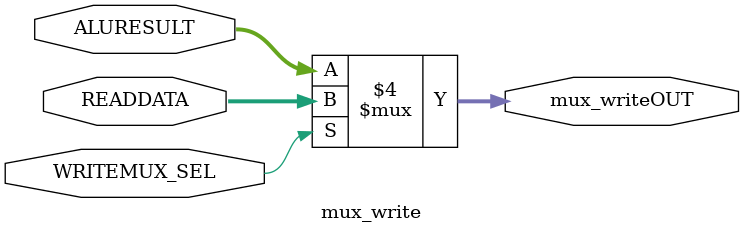
<source format=v>
module mux_write(ALURESULT,READDATA,WRITEMUX_SEL,mux_writeOUT);
 
 input [7:0] ALURESULT,READDATA; 
 input WRITEMUX_SEL;                //control signal for write select mux
 output reg [7:0] mux_writeOUT;        //output the result of the mux

 always @ (ALURESULT,READDATA,WRITEMUX_SEL)
 begin
    if (WRITEMUX_SEL == 1'b0) 
    begin
        mux_writeOUT = ALURESULT;       //output the ALU result without going through data memory     
    end else begin
        mux_writeOUT = READDATA;        //output data value read from the memory, at the location pointed to by ADDRESS
    end
 end




endmodule
</source>
